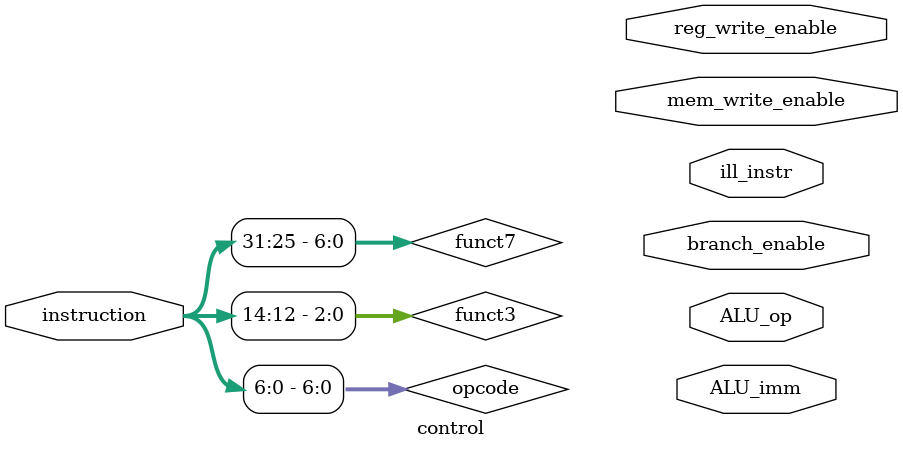
<source format=v>
module control (instruction, branch_enable, mem_write_enable, reg_write_enable, ALU_op, ALU_imm, ill_instr);

    // IO
    input [31:0] instruction;
    output reg branch_enable, mem_write_enable, reg_write_enable, ALU_imm, ill_instr;
    output reg [3:0] ALU_op;

    // -- Include definitions ---------------------------------
    `include "ALU_codes.h"
    `include "opcodes.h"

    // -- Extract opcode --------------------------------------
    wire [6:0] opcode;
    assign opcode = instruction[6:0];

    // -- Extract funct3 ---------------------------------------
    wire [2:0] funct3;
    assign funct3 = instruction[14:12];

    // -- Extract funct7 ---------------------------------------
    wire [6:0] funct7;
    assign funct7 = instruction[31:25];

    // -- Determine instruction -------------------------------
    // Lui
    wire lui_inst = (opcode == lui_gr);
    // Auipc
    wire auipc_inst = (opcode == aui_gr);
    // Jal
    wire jal_inst = (opcode == jal_gr);
    // Jalr
    wire jalr_inst = (opcode == jlr_gr) && (funct3 == 3'b000);
    // Branch group
    wire beq_inst = (opcode == bra_gr) && (funct3 == 3'b000);
    wire bne_inst = (opcode == bra_gr) && (funct3 == 3'b001);
    wire blt_inst = (opcode == bra_gr) && (funct3 == 3'b100);
    wire bge_inst = (opcode == bra_gr) && (funct3 == 3'b101);
    wire bltu_inst = (opcode == bra_gr) && (funct3 == 3'b110);
    wire bgeu_inst = (opcode == bra_gr) && (funct3 == 3'b111);
    // Load group
    wire lb_inst = (opcode == loa_gr) && (funct3 == 3'b000);
    wire lh_inst = (opcode == loa_gr) && (funct3 == 3'b001);
    wire lw_inst = (opcode == loa_gr) && (funct3 == 3'b010);
    wire ld_inst = (opcode == loa_gr) && (funct3 == 3'b011);
    wire lbu_inst = (opcode == loa_gr) && (funct3 == 3'b100);
    wire lhu_inst = (opcode == loa_gr) && (funct3 == 3'b101);
    wire lwu_inst = (opcode == loa_gr) && (funct3 == 3'b110);
    // Store group
    wire sb_inst = (opcode == sto_gr) && (funct3 == 3'b000);
    wire sh_inst = (opcode == sto_gr) && (funct3 == 3'b001);
    wire sw_inst = (opcode == sto_gr) && (funct3 == 3'b010);
    wire sd_inst = (opcode == sto_gr) && (funct3 == 3'b011);
    // Arithmetic & logic immediate group
    wire addi_inst = (opcode == rim_gr) && (funct3 == 3'b000);
    wire slli_inst = (opcode == rim_gr) && (funct3 == 3'b001);
    wire slti_inst = (opcode == rim_gr) && (funct3 == 3'b010);
    wire sltiu_inst = (opcode == rim_gr) && (funct3 == 3'b011);
    wire xori_inst = (opcode == rim_gr) && (funct3 == 3'b100);
    wire srli_inst = (opcode == rim_gr) && (funct3 == 3'b101) && (funct7 == 7'b0000000);
    wire srai_inst = (opcode == rim_gr) && (funct3 == 3'b101) && (funct7 == 7'b0100000);
    wire ori_inst = (opcode == rim_gr) && (funct3 == 3'b110);
    wire andi_inst = (opcode == rim_gr) && (funct3 == 3'b111);
    // Arithmetic & logic R-type instructions
    wire add_inst = (opcode == reg_gr) && (funct3 == 3'b000) && (funct7 == 7'b0000000);
    wire sub_inst = (opcode == reg_gr) && (funct3 == 3'b000) && (funct7 == 7'b0100000);
    wire sll_inst = (opcode == reg_gr) && (funct3 == 3'b001) && (funct7 == 7'b0000000);
    wire slt_inst = (opcode == reg_gr) && (funct3 == 3'b010) && (funct7 == 7'b0000000);
    wire sltu_inst = (opcode == reg_gr) && (funct3 == 3'b011) && (funct7 == 7'b0000000);
    wire xor_inst = (opcode == reg_gr) && (funct3 == 3'b100) && (funct7 == 7'b0000000);
    wire srl_inst = (opcode == reg_gr) && (funct3 == 3'b101) && (funct7 == 7'b0000000);
    wire sra_inst = (opcode == reg_gr) && (funct3 == 3'b101) && (funct7 == 7'b0100000);
    wire or_inst = (opcode == reg_gr) && (funct3 == 3'b110) && (funct7 == 7'b0000000);
    wire and_inst = (opcode == reg_gr) && (funct3 == 3'b111) && (funct7 == 7'b0000000);
    // Fence instructions group NOT IMPLEMENTED
    // Csr instructions group NOT IMPLEMENTED

    // -- Set control signals TODO ----------------------------
    
endmodule

</source>
